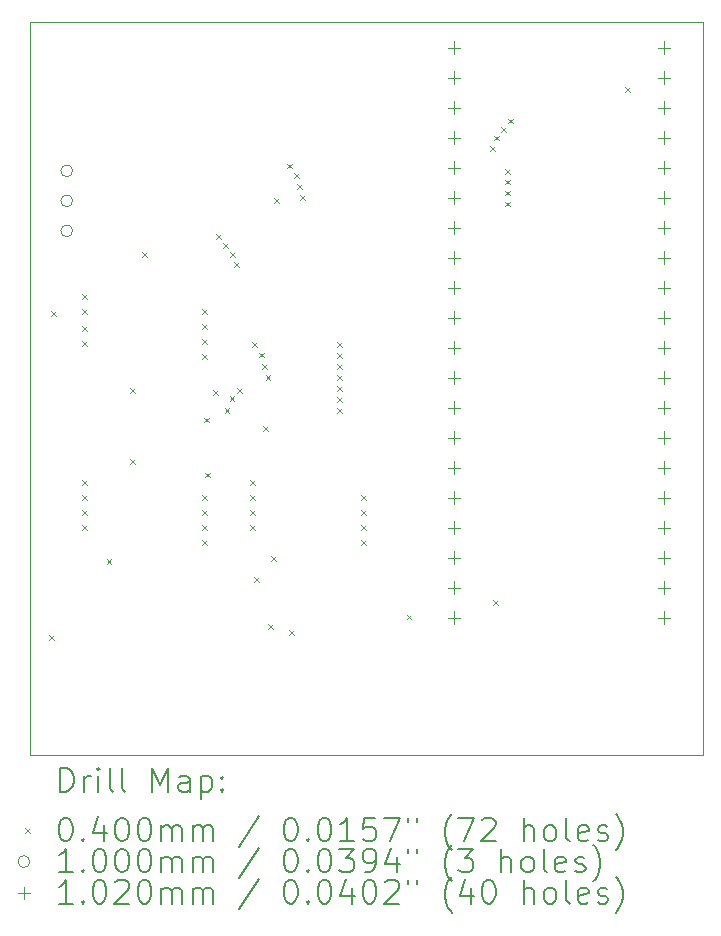
<source format=gbr>
%FSLAX45Y45*%
G04 Gerber Fmt 4.5, Leading zero omitted, Abs format (unit mm)*
G04 Created by KiCad (PCBNEW 6.0.0) date 2022-02-18 00:33:37*
%MOMM*%
%LPD*%
G01*
G04 APERTURE LIST*
%TA.AperFunction,Profile*%
%ADD10C,0.050000*%
%TD*%
%ADD11C,0.200000*%
%ADD12C,0.040000*%
%ADD13C,0.100000*%
%ADD14C,0.102000*%
G04 APERTURE END LIST*
D10*
X17531200Y-10733600D02*
X11831200Y-10733600D01*
X11831200Y-10733600D02*
X11831200Y-4533600D01*
X11831200Y-4533600D02*
X17531200Y-4533600D01*
X17531200Y-4533600D02*
X17531200Y-10733600D01*
D11*
D12*
X11995000Y-9722000D02*
X12035000Y-9762000D01*
X12035000Y-9722000D02*
X11995000Y-9762000D01*
X12008702Y-6977700D02*
X12048702Y-7017700D01*
X12048702Y-6977700D02*
X12008702Y-7017700D01*
X12273600Y-6838000D02*
X12313600Y-6878000D01*
X12313600Y-6838000D02*
X12273600Y-6878000D01*
X12273600Y-6965000D02*
X12313600Y-7005000D01*
X12313600Y-6965000D02*
X12273600Y-7005000D01*
X12273600Y-7104700D02*
X12313600Y-7144700D01*
X12313600Y-7104700D02*
X12273600Y-7144700D01*
X12273600Y-7231700D02*
X12313600Y-7271700D01*
X12313600Y-7231700D02*
X12273600Y-7271700D01*
X12273600Y-8412800D02*
X12313600Y-8452800D01*
X12313600Y-8412800D02*
X12273600Y-8452800D01*
X12273600Y-8539800D02*
X12313600Y-8579800D01*
X12313600Y-8539800D02*
X12273600Y-8579800D01*
X12273600Y-8666800D02*
X12313600Y-8706800D01*
X12313600Y-8666800D02*
X12273600Y-8706800D01*
X12273600Y-8793800D02*
X12313600Y-8833800D01*
X12313600Y-8793800D02*
X12273600Y-8833800D01*
X12480000Y-9080000D02*
X12520000Y-9120000D01*
X12520000Y-9080000D02*
X12480000Y-9120000D01*
X12680000Y-7633600D02*
X12720000Y-7673600D01*
X12720000Y-7633600D02*
X12680000Y-7673600D01*
X12680000Y-8230000D02*
X12720000Y-8270000D01*
X12720000Y-8230000D02*
X12680000Y-8270000D01*
X12781600Y-6482400D02*
X12821600Y-6522400D01*
X12821600Y-6482400D02*
X12781600Y-6522400D01*
X13289600Y-6965000D02*
X13329600Y-7005000D01*
X13329600Y-6965000D02*
X13289600Y-7005000D01*
X13289600Y-7092000D02*
X13329600Y-7132000D01*
X13329600Y-7092000D02*
X13289600Y-7132000D01*
X13289600Y-7219000D02*
X13329600Y-7259000D01*
X13329600Y-7219000D02*
X13289600Y-7259000D01*
X13289600Y-7346000D02*
X13329600Y-7386000D01*
X13329600Y-7346000D02*
X13289600Y-7386000D01*
X13289600Y-8539800D02*
X13329600Y-8579800D01*
X13329600Y-8539800D02*
X13289600Y-8579800D01*
X13289600Y-8666800D02*
X13329600Y-8706800D01*
X13329600Y-8666800D02*
X13289600Y-8706800D01*
X13289600Y-8793800D02*
X13329600Y-8833800D01*
X13329600Y-8793800D02*
X13289600Y-8833800D01*
X13289600Y-8920800D02*
X13329600Y-8960800D01*
X13329600Y-8920800D02*
X13289600Y-8960800D01*
X13305000Y-7880000D02*
X13345000Y-7920000D01*
X13345000Y-7880000D02*
X13305000Y-7920000D01*
X13311241Y-8345743D02*
X13351241Y-8385743D01*
X13351241Y-8345743D02*
X13311241Y-8385743D01*
X13380000Y-7645296D02*
X13420000Y-7685296D01*
X13420000Y-7645296D02*
X13380000Y-7685296D01*
X13405000Y-6330000D02*
X13445000Y-6370000D01*
X13445000Y-6330000D02*
X13405000Y-6370000D01*
X13464000Y-6405000D02*
X13504000Y-6445000D01*
X13504000Y-6405000D02*
X13464000Y-6445000D01*
X13477390Y-7802390D02*
X13517390Y-7842390D01*
X13517390Y-7802390D02*
X13477390Y-7842390D01*
X13520872Y-7699279D02*
X13560872Y-7739279D01*
X13560872Y-7699279D02*
X13520872Y-7739279D01*
X13522748Y-6476643D02*
X13562748Y-6516643D01*
X13562748Y-6476643D02*
X13522748Y-6516643D01*
X13558013Y-6562320D02*
X13598013Y-6602320D01*
X13598013Y-6562320D02*
X13558013Y-6602320D01*
X13582390Y-7630000D02*
X13622390Y-7670000D01*
X13622390Y-7630000D02*
X13582390Y-7670000D01*
X13696000Y-8412800D02*
X13736000Y-8452800D01*
X13736000Y-8412800D02*
X13696000Y-8452800D01*
X13696000Y-8539800D02*
X13736000Y-8579800D01*
X13736000Y-8539800D02*
X13696000Y-8579800D01*
X13696000Y-8666800D02*
X13736000Y-8706800D01*
X13736000Y-8666800D02*
X13696000Y-8706800D01*
X13696000Y-8793800D02*
X13736000Y-8833800D01*
X13736000Y-8793800D02*
X13696000Y-8833800D01*
X13713090Y-7244400D02*
X13753090Y-7284400D01*
X13753090Y-7244400D02*
X13713090Y-7284400D01*
X13727509Y-9233458D02*
X13767509Y-9273458D01*
X13767509Y-9233458D02*
X13727509Y-9273458D01*
X13772090Y-7330000D02*
X13812090Y-7370000D01*
X13812090Y-7330000D02*
X13772090Y-7370000D01*
X13797442Y-7430000D02*
X13837442Y-7470000D01*
X13837442Y-7430000D02*
X13797442Y-7470000D01*
X13805000Y-7955000D02*
X13845000Y-7995000D01*
X13845000Y-7955000D02*
X13805000Y-7995000D01*
X13824400Y-7518641D02*
X13864400Y-7558641D01*
X13864400Y-7518641D02*
X13824400Y-7558641D01*
X13848400Y-9632000D02*
X13888400Y-9672000D01*
X13888400Y-9632000D02*
X13848400Y-9672000D01*
X13873800Y-9052880D02*
X13913800Y-9092880D01*
X13913800Y-9052880D02*
X13873800Y-9092880D01*
X13899200Y-6025200D02*
X13939200Y-6065200D01*
X13939200Y-6025200D02*
X13899200Y-6065200D01*
X14005000Y-5730000D02*
X14045000Y-5770000D01*
X14045000Y-5730000D02*
X14005000Y-5770000D01*
X14026200Y-9682800D02*
X14066200Y-9722800D01*
X14066200Y-9682800D02*
X14026200Y-9722800D01*
X14064000Y-5812635D02*
X14104000Y-5852635D01*
X14104000Y-5812635D02*
X14064000Y-5852635D01*
X14089352Y-5905000D02*
X14129352Y-5945000D01*
X14129352Y-5905000D02*
X14089352Y-5945000D01*
X14114704Y-5995697D02*
X14154704Y-6035697D01*
X14154704Y-5995697D02*
X14114704Y-6035697D01*
X14430000Y-7430000D02*
X14470000Y-7470000D01*
X14470000Y-7430000D02*
X14430000Y-7470000D01*
X14430000Y-7522650D02*
X14470000Y-7562650D01*
X14470000Y-7522650D02*
X14430000Y-7562650D01*
X14430000Y-7615301D02*
X14470000Y-7655301D01*
X14470000Y-7615301D02*
X14430000Y-7655301D01*
X14430000Y-7707951D02*
X14470000Y-7747951D01*
X14470000Y-7707951D02*
X14430000Y-7747951D01*
X14430000Y-7800601D02*
X14470000Y-7840601D01*
X14470000Y-7800601D02*
X14430000Y-7840601D01*
X14432600Y-7244400D02*
X14472600Y-7284400D01*
X14472600Y-7244400D02*
X14432600Y-7284400D01*
X14432600Y-7337050D02*
X14472600Y-7377050D01*
X14472600Y-7337050D02*
X14432600Y-7377050D01*
X14635800Y-8539800D02*
X14675800Y-8579800D01*
X14675800Y-8539800D02*
X14635800Y-8579800D01*
X14635800Y-8666800D02*
X14675800Y-8706800D01*
X14675800Y-8666800D02*
X14635800Y-8706800D01*
X14635800Y-8793800D02*
X14675800Y-8833800D01*
X14675800Y-8793800D02*
X14635800Y-8833800D01*
X14635800Y-8920800D02*
X14675800Y-8960800D01*
X14675800Y-8920800D02*
X14635800Y-8960800D01*
X15019414Y-9547744D02*
X15059414Y-9587744D01*
X15059414Y-9547744D02*
X15019414Y-9587744D01*
X15728000Y-5579999D02*
X15768000Y-5619999D01*
X15768000Y-5579999D02*
X15728000Y-5619999D01*
X15753400Y-9428800D02*
X15793400Y-9468800D01*
X15793400Y-9428800D02*
X15753400Y-9468800D01*
X15762740Y-5494108D02*
X15802740Y-5534108D01*
X15802740Y-5494108D02*
X15762740Y-5534108D01*
X15819753Y-5421077D02*
X15859753Y-5461077D01*
X15859753Y-5421077D02*
X15819753Y-5461077D01*
X15855000Y-5774055D02*
X15895000Y-5814055D01*
X15895000Y-5774055D02*
X15855000Y-5814055D01*
X15855000Y-5866705D02*
X15895000Y-5906705D01*
X15895000Y-5866705D02*
X15855000Y-5906705D01*
X15855000Y-5959355D02*
X15895000Y-5999355D01*
X15895000Y-5959355D02*
X15855000Y-5999355D01*
X15855000Y-6052006D02*
X15895000Y-6092006D01*
X15895000Y-6052006D02*
X15855000Y-6092006D01*
X15878435Y-5349379D02*
X15918435Y-5389379D01*
X15918435Y-5349379D02*
X15878435Y-5389379D01*
X16871000Y-5085400D02*
X16911000Y-5125400D01*
X16911000Y-5085400D02*
X16871000Y-5125400D01*
D13*
X12191200Y-5791200D02*
G75*
G03*
X12191200Y-5791200I-50000J0D01*
G01*
X12191200Y-6045200D02*
G75*
G03*
X12191200Y-6045200I-50000J0D01*
G01*
X12191200Y-6299200D02*
G75*
G03*
X12191200Y-6299200I-50000J0D01*
G01*
D14*
X15417800Y-4696000D02*
X15417800Y-4798000D01*
X15366800Y-4747000D02*
X15468800Y-4747000D01*
X15417800Y-4950000D02*
X15417800Y-5052000D01*
X15366800Y-5001000D02*
X15468800Y-5001000D01*
X15417800Y-5204000D02*
X15417800Y-5306000D01*
X15366800Y-5255000D02*
X15468800Y-5255000D01*
X15417800Y-5458000D02*
X15417800Y-5560000D01*
X15366800Y-5509000D02*
X15468800Y-5509000D01*
X15417800Y-5712000D02*
X15417800Y-5814000D01*
X15366800Y-5763000D02*
X15468800Y-5763000D01*
X15417800Y-5966000D02*
X15417800Y-6068000D01*
X15366800Y-6017000D02*
X15468800Y-6017000D01*
X15417800Y-6220000D02*
X15417800Y-6322000D01*
X15366800Y-6271000D02*
X15468800Y-6271000D01*
X15417800Y-6474000D02*
X15417800Y-6576000D01*
X15366800Y-6525000D02*
X15468800Y-6525000D01*
X15417800Y-6728000D02*
X15417800Y-6830000D01*
X15366800Y-6779000D02*
X15468800Y-6779000D01*
X15417800Y-6982000D02*
X15417800Y-7084000D01*
X15366800Y-7033000D02*
X15468800Y-7033000D01*
X15417800Y-7236000D02*
X15417800Y-7338000D01*
X15366800Y-7287000D02*
X15468800Y-7287000D01*
X15417800Y-7490000D02*
X15417800Y-7592000D01*
X15366800Y-7541000D02*
X15468800Y-7541000D01*
X15417800Y-7744000D02*
X15417800Y-7846000D01*
X15366800Y-7795000D02*
X15468800Y-7795000D01*
X15417800Y-7998000D02*
X15417800Y-8100000D01*
X15366800Y-8049000D02*
X15468800Y-8049000D01*
X15417800Y-8252000D02*
X15417800Y-8354000D01*
X15366800Y-8303000D02*
X15468800Y-8303000D01*
X15417800Y-8506000D02*
X15417800Y-8608000D01*
X15366800Y-8557000D02*
X15468800Y-8557000D01*
X15417800Y-8760000D02*
X15417800Y-8862000D01*
X15366800Y-8811000D02*
X15468800Y-8811000D01*
X15417800Y-9014000D02*
X15417800Y-9116000D01*
X15366800Y-9065000D02*
X15468800Y-9065000D01*
X15417800Y-9268000D02*
X15417800Y-9370000D01*
X15366800Y-9319000D02*
X15468800Y-9319000D01*
X15417800Y-9522000D02*
X15417800Y-9624000D01*
X15366800Y-9573000D02*
X15468800Y-9573000D01*
X17195800Y-4696000D02*
X17195800Y-4798000D01*
X17144800Y-4747000D02*
X17246800Y-4747000D01*
X17195800Y-4950000D02*
X17195800Y-5052000D01*
X17144800Y-5001000D02*
X17246800Y-5001000D01*
X17195800Y-5204000D02*
X17195800Y-5306000D01*
X17144800Y-5255000D02*
X17246800Y-5255000D01*
X17195800Y-5458000D02*
X17195800Y-5560000D01*
X17144800Y-5509000D02*
X17246800Y-5509000D01*
X17195800Y-5712000D02*
X17195800Y-5814000D01*
X17144800Y-5763000D02*
X17246800Y-5763000D01*
X17195800Y-5966000D02*
X17195800Y-6068000D01*
X17144800Y-6017000D02*
X17246800Y-6017000D01*
X17195800Y-6220000D02*
X17195800Y-6322000D01*
X17144800Y-6271000D02*
X17246800Y-6271000D01*
X17195800Y-6474000D02*
X17195800Y-6576000D01*
X17144800Y-6525000D02*
X17246800Y-6525000D01*
X17195800Y-6728000D02*
X17195800Y-6830000D01*
X17144800Y-6779000D02*
X17246800Y-6779000D01*
X17195800Y-6982000D02*
X17195800Y-7084000D01*
X17144800Y-7033000D02*
X17246800Y-7033000D01*
X17195800Y-7236000D02*
X17195800Y-7338000D01*
X17144800Y-7287000D02*
X17246800Y-7287000D01*
X17195800Y-7490000D02*
X17195800Y-7592000D01*
X17144800Y-7541000D02*
X17246800Y-7541000D01*
X17195800Y-7744000D02*
X17195800Y-7846000D01*
X17144800Y-7795000D02*
X17246800Y-7795000D01*
X17195800Y-7998000D02*
X17195800Y-8100000D01*
X17144800Y-8049000D02*
X17246800Y-8049000D01*
X17195800Y-8252000D02*
X17195800Y-8354000D01*
X17144800Y-8303000D02*
X17246800Y-8303000D01*
X17195800Y-8506000D02*
X17195800Y-8608000D01*
X17144800Y-8557000D02*
X17246800Y-8557000D01*
X17195800Y-8760000D02*
X17195800Y-8862000D01*
X17144800Y-8811000D02*
X17246800Y-8811000D01*
X17195800Y-9014000D02*
X17195800Y-9116000D01*
X17144800Y-9065000D02*
X17246800Y-9065000D01*
X17195800Y-9268000D02*
X17195800Y-9370000D01*
X17144800Y-9319000D02*
X17246800Y-9319000D01*
X17195800Y-9522000D02*
X17195800Y-9624000D01*
X17144800Y-9573000D02*
X17246800Y-9573000D01*
D11*
X12086319Y-11046576D02*
X12086319Y-10846576D01*
X12133938Y-10846576D01*
X12162509Y-10856100D01*
X12181557Y-10875148D01*
X12191081Y-10894195D01*
X12200605Y-10932290D01*
X12200605Y-10960862D01*
X12191081Y-10998957D01*
X12181557Y-11018005D01*
X12162509Y-11037052D01*
X12133938Y-11046576D01*
X12086319Y-11046576D01*
X12286319Y-11046576D02*
X12286319Y-10913243D01*
X12286319Y-10951338D02*
X12295843Y-10932290D01*
X12305367Y-10922767D01*
X12324414Y-10913243D01*
X12343462Y-10913243D01*
X12410128Y-11046576D02*
X12410128Y-10913243D01*
X12410128Y-10846576D02*
X12400605Y-10856100D01*
X12410128Y-10865624D01*
X12419652Y-10856100D01*
X12410128Y-10846576D01*
X12410128Y-10865624D01*
X12533938Y-11046576D02*
X12514890Y-11037052D01*
X12505367Y-11018005D01*
X12505367Y-10846576D01*
X12638700Y-11046576D02*
X12619652Y-11037052D01*
X12610128Y-11018005D01*
X12610128Y-10846576D01*
X12867271Y-11046576D02*
X12867271Y-10846576D01*
X12933938Y-10989433D01*
X13000605Y-10846576D01*
X13000605Y-11046576D01*
X13181557Y-11046576D02*
X13181557Y-10941814D01*
X13172033Y-10922767D01*
X13152986Y-10913243D01*
X13114890Y-10913243D01*
X13095843Y-10922767D01*
X13181557Y-11037052D02*
X13162509Y-11046576D01*
X13114890Y-11046576D01*
X13095843Y-11037052D01*
X13086319Y-11018005D01*
X13086319Y-10998957D01*
X13095843Y-10979910D01*
X13114890Y-10970386D01*
X13162509Y-10970386D01*
X13181557Y-10960862D01*
X13276795Y-10913243D02*
X13276795Y-11113243D01*
X13276795Y-10922767D02*
X13295843Y-10913243D01*
X13333938Y-10913243D01*
X13352986Y-10922767D01*
X13362509Y-10932290D01*
X13372033Y-10951338D01*
X13372033Y-11008481D01*
X13362509Y-11027529D01*
X13352986Y-11037052D01*
X13333938Y-11046576D01*
X13295843Y-11046576D01*
X13276795Y-11037052D01*
X13457748Y-11027529D02*
X13467271Y-11037052D01*
X13457748Y-11046576D01*
X13448224Y-11037052D01*
X13457748Y-11027529D01*
X13457748Y-11046576D01*
X13457748Y-10922767D02*
X13467271Y-10932290D01*
X13457748Y-10941814D01*
X13448224Y-10932290D01*
X13457748Y-10922767D01*
X13457748Y-10941814D01*
D12*
X11788700Y-11356100D02*
X11828700Y-11396100D01*
X11828700Y-11356100D02*
X11788700Y-11396100D01*
D11*
X12124414Y-11266576D02*
X12143462Y-11266576D01*
X12162509Y-11276100D01*
X12172033Y-11285624D01*
X12181557Y-11304671D01*
X12191081Y-11342767D01*
X12191081Y-11390386D01*
X12181557Y-11428481D01*
X12172033Y-11447528D01*
X12162509Y-11457052D01*
X12143462Y-11466576D01*
X12124414Y-11466576D01*
X12105367Y-11457052D01*
X12095843Y-11447528D01*
X12086319Y-11428481D01*
X12076795Y-11390386D01*
X12076795Y-11342767D01*
X12086319Y-11304671D01*
X12095843Y-11285624D01*
X12105367Y-11276100D01*
X12124414Y-11266576D01*
X12276795Y-11447528D02*
X12286319Y-11457052D01*
X12276795Y-11466576D01*
X12267271Y-11457052D01*
X12276795Y-11447528D01*
X12276795Y-11466576D01*
X12457748Y-11333243D02*
X12457748Y-11466576D01*
X12410128Y-11257052D02*
X12362509Y-11399909D01*
X12486319Y-11399909D01*
X12600605Y-11266576D02*
X12619652Y-11266576D01*
X12638700Y-11276100D01*
X12648224Y-11285624D01*
X12657748Y-11304671D01*
X12667271Y-11342767D01*
X12667271Y-11390386D01*
X12657748Y-11428481D01*
X12648224Y-11447528D01*
X12638700Y-11457052D01*
X12619652Y-11466576D01*
X12600605Y-11466576D01*
X12581557Y-11457052D01*
X12572033Y-11447528D01*
X12562509Y-11428481D01*
X12552986Y-11390386D01*
X12552986Y-11342767D01*
X12562509Y-11304671D01*
X12572033Y-11285624D01*
X12581557Y-11276100D01*
X12600605Y-11266576D01*
X12791081Y-11266576D02*
X12810128Y-11266576D01*
X12829176Y-11276100D01*
X12838700Y-11285624D01*
X12848224Y-11304671D01*
X12857748Y-11342767D01*
X12857748Y-11390386D01*
X12848224Y-11428481D01*
X12838700Y-11447528D01*
X12829176Y-11457052D01*
X12810128Y-11466576D01*
X12791081Y-11466576D01*
X12772033Y-11457052D01*
X12762509Y-11447528D01*
X12752986Y-11428481D01*
X12743462Y-11390386D01*
X12743462Y-11342767D01*
X12752986Y-11304671D01*
X12762509Y-11285624D01*
X12772033Y-11276100D01*
X12791081Y-11266576D01*
X12943462Y-11466576D02*
X12943462Y-11333243D01*
X12943462Y-11352290D02*
X12952986Y-11342767D01*
X12972033Y-11333243D01*
X13000605Y-11333243D01*
X13019652Y-11342767D01*
X13029176Y-11361814D01*
X13029176Y-11466576D01*
X13029176Y-11361814D02*
X13038700Y-11342767D01*
X13057748Y-11333243D01*
X13086319Y-11333243D01*
X13105367Y-11342767D01*
X13114890Y-11361814D01*
X13114890Y-11466576D01*
X13210128Y-11466576D02*
X13210128Y-11333243D01*
X13210128Y-11352290D02*
X13219652Y-11342767D01*
X13238700Y-11333243D01*
X13267271Y-11333243D01*
X13286319Y-11342767D01*
X13295843Y-11361814D01*
X13295843Y-11466576D01*
X13295843Y-11361814D02*
X13305367Y-11342767D01*
X13324414Y-11333243D01*
X13352986Y-11333243D01*
X13372033Y-11342767D01*
X13381557Y-11361814D01*
X13381557Y-11466576D01*
X13772033Y-11257052D02*
X13600605Y-11514195D01*
X14029176Y-11266576D02*
X14048224Y-11266576D01*
X14067271Y-11276100D01*
X14076795Y-11285624D01*
X14086319Y-11304671D01*
X14095843Y-11342767D01*
X14095843Y-11390386D01*
X14086319Y-11428481D01*
X14076795Y-11447528D01*
X14067271Y-11457052D01*
X14048224Y-11466576D01*
X14029176Y-11466576D01*
X14010128Y-11457052D01*
X14000605Y-11447528D01*
X13991081Y-11428481D01*
X13981557Y-11390386D01*
X13981557Y-11342767D01*
X13991081Y-11304671D01*
X14000605Y-11285624D01*
X14010128Y-11276100D01*
X14029176Y-11266576D01*
X14181557Y-11447528D02*
X14191081Y-11457052D01*
X14181557Y-11466576D01*
X14172033Y-11457052D01*
X14181557Y-11447528D01*
X14181557Y-11466576D01*
X14314890Y-11266576D02*
X14333938Y-11266576D01*
X14352986Y-11276100D01*
X14362509Y-11285624D01*
X14372033Y-11304671D01*
X14381557Y-11342767D01*
X14381557Y-11390386D01*
X14372033Y-11428481D01*
X14362509Y-11447528D01*
X14352986Y-11457052D01*
X14333938Y-11466576D01*
X14314890Y-11466576D01*
X14295843Y-11457052D01*
X14286319Y-11447528D01*
X14276795Y-11428481D01*
X14267271Y-11390386D01*
X14267271Y-11342767D01*
X14276795Y-11304671D01*
X14286319Y-11285624D01*
X14295843Y-11276100D01*
X14314890Y-11266576D01*
X14572033Y-11466576D02*
X14457748Y-11466576D01*
X14514890Y-11466576D02*
X14514890Y-11266576D01*
X14495843Y-11295148D01*
X14476795Y-11314195D01*
X14457748Y-11323719D01*
X14752986Y-11266576D02*
X14657748Y-11266576D01*
X14648224Y-11361814D01*
X14657748Y-11352290D01*
X14676795Y-11342767D01*
X14724414Y-11342767D01*
X14743462Y-11352290D01*
X14752986Y-11361814D01*
X14762509Y-11380862D01*
X14762509Y-11428481D01*
X14752986Y-11447528D01*
X14743462Y-11457052D01*
X14724414Y-11466576D01*
X14676795Y-11466576D01*
X14657748Y-11457052D01*
X14648224Y-11447528D01*
X14829176Y-11266576D02*
X14962509Y-11266576D01*
X14876795Y-11466576D01*
X15029176Y-11266576D02*
X15029176Y-11304671D01*
X15105367Y-11266576D02*
X15105367Y-11304671D01*
X15400605Y-11542767D02*
X15391081Y-11533243D01*
X15372033Y-11504671D01*
X15362509Y-11485624D01*
X15352986Y-11457052D01*
X15343462Y-11409433D01*
X15343462Y-11371338D01*
X15352986Y-11323719D01*
X15362509Y-11295148D01*
X15372033Y-11276100D01*
X15391081Y-11247528D01*
X15400605Y-11238005D01*
X15457748Y-11266576D02*
X15591081Y-11266576D01*
X15505367Y-11466576D01*
X15657748Y-11285624D02*
X15667271Y-11276100D01*
X15686319Y-11266576D01*
X15733938Y-11266576D01*
X15752986Y-11276100D01*
X15762509Y-11285624D01*
X15772033Y-11304671D01*
X15772033Y-11323719D01*
X15762509Y-11352290D01*
X15648224Y-11466576D01*
X15772033Y-11466576D01*
X16010128Y-11466576D02*
X16010128Y-11266576D01*
X16095843Y-11466576D02*
X16095843Y-11361814D01*
X16086319Y-11342767D01*
X16067271Y-11333243D01*
X16038700Y-11333243D01*
X16019652Y-11342767D01*
X16010128Y-11352290D01*
X16219652Y-11466576D02*
X16200605Y-11457052D01*
X16191081Y-11447528D01*
X16181557Y-11428481D01*
X16181557Y-11371338D01*
X16191081Y-11352290D01*
X16200605Y-11342767D01*
X16219652Y-11333243D01*
X16248224Y-11333243D01*
X16267271Y-11342767D01*
X16276795Y-11352290D01*
X16286319Y-11371338D01*
X16286319Y-11428481D01*
X16276795Y-11447528D01*
X16267271Y-11457052D01*
X16248224Y-11466576D01*
X16219652Y-11466576D01*
X16400605Y-11466576D02*
X16381557Y-11457052D01*
X16372033Y-11438005D01*
X16372033Y-11266576D01*
X16552986Y-11457052D02*
X16533938Y-11466576D01*
X16495843Y-11466576D01*
X16476795Y-11457052D01*
X16467271Y-11438005D01*
X16467271Y-11361814D01*
X16476795Y-11342767D01*
X16495843Y-11333243D01*
X16533938Y-11333243D01*
X16552986Y-11342767D01*
X16562509Y-11361814D01*
X16562509Y-11380862D01*
X16467271Y-11399909D01*
X16638700Y-11457052D02*
X16657748Y-11466576D01*
X16695843Y-11466576D01*
X16714890Y-11457052D01*
X16724414Y-11438005D01*
X16724414Y-11428481D01*
X16714890Y-11409433D01*
X16695843Y-11399909D01*
X16667271Y-11399909D01*
X16648224Y-11390386D01*
X16638700Y-11371338D01*
X16638700Y-11361814D01*
X16648224Y-11342767D01*
X16667271Y-11333243D01*
X16695843Y-11333243D01*
X16714890Y-11342767D01*
X16791081Y-11542767D02*
X16800605Y-11533243D01*
X16819652Y-11504671D01*
X16829176Y-11485624D01*
X16838700Y-11457052D01*
X16848224Y-11409433D01*
X16848224Y-11371338D01*
X16838700Y-11323719D01*
X16829176Y-11295148D01*
X16819652Y-11276100D01*
X16800605Y-11247528D01*
X16791081Y-11238005D01*
D13*
X11828700Y-11640100D02*
G75*
G03*
X11828700Y-11640100I-50000J0D01*
G01*
D11*
X12191081Y-11730576D02*
X12076795Y-11730576D01*
X12133938Y-11730576D02*
X12133938Y-11530576D01*
X12114890Y-11559148D01*
X12095843Y-11578195D01*
X12076795Y-11587719D01*
X12276795Y-11711528D02*
X12286319Y-11721052D01*
X12276795Y-11730576D01*
X12267271Y-11721052D01*
X12276795Y-11711528D01*
X12276795Y-11730576D01*
X12410128Y-11530576D02*
X12429176Y-11530576D01*
X12448224Y-11540100D01*
X12457748Y-11549624D01*
X12467271Y-11568671D01*
X12476795Y-11606767D01*
X12476795Y-11654386D01*
X12467271Y-11692481D01*
X12457748Y-11711528D01*
X12448224Y-11721052D01*
X12429176Y-11730576D01*
X12410128Y-11730576D01*
X12391081Y-11721052D01*
X12381557Y-11711528D01*
X12372033Y-11692481D01*
X12362509Y-11654386D01*
X12362509Y-11606767D01*
X12372033Y-11568671D01*
X12381557Y-11549624D01*
X12391081Y-11540100D01*
X12410128Y-11530576D01*
X12600605Y-11530576D02*
X12619652Y-11530576D01*
X12638700Y-11540100D01*
X12648224Y-11549624D01*
X12657748Y-11568671D01*
X12667271Y-11606767D01*
X12667271Y-11654386D01*
X12657748Y-11692481D01*
X12648224Y-11711528D01*
X12638700Y-11721052D01*
X12619652Y-11730576D01*
X12600605Y-11730576D01*
X12581557Y-11721052D01*
X12572033Y-11711528D01*
X12562509Y-11692481D01*
X12552986Y-11654386D01*
X12552986Y-11606767D01*
X12562509Y-11568671D01*
X12572033Y-11549624D01*
X12581557Y-11540100D01*
X12600605Y-11530576D01*
X12791081Y-11530576D02*
X12810128Y-11530576D01*
X12829176Y-11540100D01*
X12838700Y-11549624D01*
X12848224Y-11568671D01*
X12857748Y-11606767D01*
X12857748Y-11654386D01*
X12848224Y-11692481D01*
X12838700Y-11711528D01*
X12829176Y-11721052D01*
X12810128Y-11730576D01*
X12791081Y-11730576D01*
X12772033Y-11721052D01*
X12762509Y-11711528D01*
X12752986Y-11692481D01*
X12743462Y-11654386D01*
X12743462Y-11606767D01*
X12752986Y-11568671D01*
X12762509Y-11549624D01*
X12772033Y-11540100D01*
X12791081Y-11530576D01*
X12943462Y-11730576D02*
X12943462Y-11597243D01*
X12943462Y-11616290D02*
X12952986Y-11606767D01*
X12972033Y-11597243D01*
X13000605Y-11597243D01*
X13019652Y-11606767D01*
X13029176Y-11625814D01*
X13029176Y-11730576D01*
X13029176Y-11625814D02*
X13038700Y-11606767D01*
X13057748Y-11597243D01*
X13086319Y-11597243D01*
X13105367Y-11606767D01*
X13114890Y-11625814D01*
X13114890Y-11730576D01*
X13210128Y-11730576D02*
X13210128Y-11597243D01*
X13210128Y-11616290D02*
X13219652Y-11606767D01*
X13238700Y-11597243D01*
X13267271Y-11597243D01*
X13286319Y-11606767D01*
X13295843Y-11625814D01*
X13295843Y-11730576D01*
X13295843Y-11625814D02*
X13305367Y-11606767D01*
X13324414Y-11597243D01*
X13352986Y-11597243D01*
X13372033Y-11606767D01*
X13381557Y-11625814D01*
X13381557Y-11730576D01*
X13772033Y-11521052D02*
X13600605Y-11778195D01*
X14029176Y-11530576D02*
X14048224Y-11530576D01*
X14067271Y-11540100D01*
X14076795Y-11549624D01*
X14086319Y-11568671D01*
X14095843Y-11606767D01*
X14095843Y-11654386D01*
X14086319Y-11692481D01*
X14076795Y-11711528D01*
X14067271Y-11721052D01*
X14048224Y-11730576D01*
X14029176Y-11730576D01*
X14010128Y-11721052D01*
X14000605Y-11711528D01*
X13991081Y-11692481D01*
X13981557Y-11654386D01*
X13981557Y-11606767D01*
X13991081Y-11568671D01*
X14000605Y-11549624D01*
X14010128Y-11540100D01*
X14029176Y-11530576D01*
X14181557Y-11711528D02*
X14191081Y-11721052D01*
X14181557Y-11730576D01*
X14172033Y-11721052D01*
X14181557Y-11711528D01*
X14181557Y-11730576D01*
X14314890Y-11530576D02*
X14333938Y-11530576D01*
X14352986Y-11540100D01*
X14362509Y-11549624D01*
X14372033Y-11568671D01*
X14381557Y-11606767D01*
X14381557Y-11654386D01*
X14372033Y-11692481D01*
X14362509Y-11711528D01*
X14352986Y-11721052D01*
X14333938Y-11730576D01*
X14314890Y-11730576D01*
X14295843Y-11721052D01*
X14286319Y-11711528D01*
X14276795Y-11692481D01*
X14267271Y-11654386D01*
X14267271Y-11606767D01*
X14276795Y-11568671D01*
X14286319Y-11549624D01*
X14295843Y-11540100D01*
X14314890Y-11530576D01*
X14448224Y-11530576D02*
X14572033Y-11530576D01*
X14505367Y-11606767D01*
X14533938Y-11606767D01*
X14552986Y-11616290D01*
X14562509Y-11625814D01*
X14572033Y-11644862D01*
X14572033Y-11692481D01*
X14562509Y-11711528D01*
X14552986Y-11721052D01*
X14533938Y-11730576D01*
X14476795Y-11730576D01*
X14457748Y-11721052D01*
X14448224Y-11711528D01*
X14667271Y-11730576D02*
X14705367Y-11730576D01*
X14724414Y-11721052D01*
X14733938Y-11711528D01*
X14752986Y-11682957D01*
X14762509Y-11644862D01*
X14762509Y-11568671D01*
X14752986Y-11549624D01*
X14743462Y-11540100D01*
X14724414Y-11530576D01*
X14686319Y-11530576D01*
X14667271Y-11540100D01*
X14657748Y-11549624D01*
X14648224Y-11568671D01*
X14648224Y-11616290D01*
X14657748Y-11635338D01*
X14667271Y-11644862D01*
X14686319Y-11654386D01*
X14724414Y-11654386D01*
X14743462Y-11644862D01*
X14752986Y-11635338D01*
X14762509Y-11616290D01*
X14933938Y-11597243D02*
X14933938Y-11730576D01*
X14886319Y-11521052D02*
X14838700Y-11663909D01*
X14962509Y-11663909D01*
X15029176Y-11530576D02*
X15029176Y-11568671D01*
X15105367Y-11530576D02*
X15105367Y-11568671D01*
X15400605Y-11806767D02*
X15391081Y-11797243D01*
X15372033Y-11768671D01*
X15362509Y-11749624D01*
X15352986Y-11721052D01*
X15343462Y-11673433D01*
X15343462Y-11635338D01*
X15352986Y-11587719D01*
X15362509Y-11559148D01*
X15372033Y-11540100D01*
X15391081Y-11511528D01*
X15400605Y-11502005D01*
X15457748Y-11530576D02*
X15581557Y-11530576D01*
X15514890Y-11606767D01*
X15543462Y-11606767D01*
X15562509Y-11616290D01*
X15572033Y-11625814D01*
X15581557Y-11644862D01*
X15581557Y-11692481D01*
X15572033Y-11711528D01*
X15562509Y-11721052D01*
X15543462Y-11730576D01*
X15486319Y-11730576D01*
X15467271Y-11721052D01*
X15457748Y-11711528D01*
X15819652Y-11730576D02*
X15819652Y-11530576D01*
X15905367Y-11730576D02*
X15905367Y-11625814D01*
X15895843Y-11606767D01*
X15876795Y-11597243D01*
X15848224Y-11597243D01*
X15829176Y-11606767D01*
X15819652Y-11616290D01*
X16029176Y-11730576D02*
X16010128Y-11721052D01*
X16000605Y-11711528D01*
X15991081Y-11692481D01*
X15991081Y-11635338D01*
X16000605Y-11616290D01*
X16010128Y-11606767D01*
X16029176Y-11597243D01*
X16057748Y-11597243D01*
X16076795Y-11606767D01*
X16086319Y-11616290D01*
X16095843Y-11635338D01*
X16095843Y-11692481D01*
X16086319Y-11711528D01*
X16076795Y-11721052D01*
X16057748Y-11730576D01*
X16029176Y-11730576D01*
X16210128Y-11730576D02*
X16191081Y-11721052D01*
X16181557Y-11702005D01*
X16181557Y-11530576D01*
X16362509Y-11721052D02*
X16343462Y-11730576D01*
X16305367Y-11730576D01*
X16286319Y-11721052D01*
X16276795Y-11702005D01*
X16276795Y-11625814D01*
X16286319Y-11606767D01*
X16305367Y-11597243D01*
X16343462Y-11597243D01*
X16362509Y-11606767D01*
X16372033Y-11625814D01*
X16372033Y-11644862D01*
X16276795Y-11663909D01*
X16448224Y-11721052D02*
X16467271Y-11730576D01*
X16505367Y-11730576D01*
X16524414Y-11721052D01*
X16533938Y-11702005D01*
X16533938Y-11692481D01*
X16524414Y-11673433D01*
X16505367Y-11663909D01*
X16476795Y-11663909D01*
X16457748Y-11654386D01*
X16448224Y-11635338D01*
X16448224Y-11625814D01*
X16457748Y-11606767D01*
X16476795Y-11597243D01*
X16505367Y-11597243D01*
X16524414Y-11606767D01*
X16600605Y-11806767D02*
X16610128Y-11797243D01*
X16629176Y-11768671D01*
X16638700Y-11749624D01*
X16648224Y-11721052D01*
X16657748Y-11673433D01*
X16657748Y-11635338D01*
X16648224Y-11587719D01*
X16638700Y-11559148D01*
X16629176Y-11540100D01*
X16610128Y-11511528D01*
X16600605Y-11502005D01*
D14*
X11777700Y-11853100D02*
X11777700Y-11955100D01*
X11726700Y-11904100D02*
X11828700Y-11904100D01*
D11*
X12191081Y-11994576D02*
X12076795Y-11994576D01*
X12133938Y-11994576D02*
X12133938Y-11794576D01*
X12114890Y-11823148D01*
X12095843Y-11842195D01*
X12076795Y-11851719D01*
X12276795Y-11975528D02*
X12286319Y-11985052D01*
X12276795Y-11994576D01*
X12267271Y-11985052D01*
X12276795Y-11975528D01*
X12276795Y-11994576D01*
X12410128Y-11794576D02*
X12429176Y-11794576D01*
X12448224Y-11804100D01*
X12457748Y-11813624D01*
X12467271Y-11832671D01*
X12476795Y-11870767D01*
X12476795Y-11918386D01*
X12467271Y-11956481D01*
X12457748Y-11975528D01*
X12448224Y-11985052D01*
X12429176Y-11994576D01*
X12410128Y-11994576D01*
X12391081Y-11985052D01*
X12381557Y-11975528D01*
X12372033Y-11956481D01*
X12362509Y-11918386D01*
X12362509Y-11870767D01*
X12372033Y-11832671D01*
X12381557Y-11813624D01*
X12391081Y-11804100D01*
X12410128Y-11794576D01*
X12552986Y-11813624D02*
X12562509Y-11804100D01*
X12581557Y-11794576D01*
X12629176Y-11794576D01*
X12648224Y-11804100D01*
X12657748Y-11813624D01*
X12667271Y-11832671D01*
X12667271Y-11851719D01*
X12657748Y-11880290D01*
X12543462Y-11994576D01*
X12667271Y-11994576D01*
X12791081Y-11794576D02*
X12810128Y-11794576D01*
X12829176Y-11804100D01*
X12838700Y-11813624D01*
X12848224Y-11832671D01*
X12857748Y-11870767D01*
X12857748Y-11918386D01*
X12848224Y-11956481D01*
X12838700Y-11975528D01*
X12829176Y-11985052D01*
X12810128Y-11994576D01*
X12791081Y-11994576D01*
X12772033Y-11985052D01*
X12762509Y-11975528D01*
X12752986Y-11956481D01*
X12743462Y-11918386D01*
X12743462Y-11870767D01*
X12752986Y-11832671D01*
X12762509Y-11813624D01*
X12772033Y-11804100D01*
X12791081Y-11794576D01*
X12943462Y-11994576D02*
X12943462Y-11861243D01*
X12943462Y-11880290D02*
X12952986Y-11870767D01*
X12972033Y-11861243D01*
X13000605Y-11861243D01*
X13019652Y-11870767D01*
X13029176Y-11889814D01*
X13029176Y-11994576D01*
X13029176Y-11889814D02*
X13038700Y-11870767D01*
X13057748Y-11861243D01*
X13086319Y-11861243D01*
X13105367Y-11870767D01*
X13114890Y-11889814D01*
X13114890Y-11994576D01*
X13210128Y-11994576D02*
X13210128Y-11861243D01*
X13210128Y-11880290D02*
X13219652Y-11870767D01*
X13238700Y-11861243D01*
X13267271Y-11861243D01*
X13286319Y-11870767D01*
X13295843Y-11889814D01*
X13295843Y-11994576D01*
X13295843Y-11889814D02*
X13305367Y-11870767D01*
X13324414Y-11861243D01*
X13352986Y-11861243D01*
X13372033Y-11870767D01*
X13381557Y-11889814D01*
X13381557Y-11994576D01*
X13772033Y-11785052D02*
X13600605Y-12042195D01*
X14029176Y-11794576D02*
X14048224Y-11794576D01*
X14067271Y-11804100D01*
X14076795Y-11813624D01*
X14086319Y-11832671D01*
X14095843Y-11870767D01*
X14095843Y-11918386D01*
X14086319Y-11956481D01*
X14076795Y-11975528D01*
X14067271Y-11985052D01*
X14048224Y-11994576D01*
X14029176Y-11994576D01*
X14010128Y-11985052D01*
X14000605Y-11975528D01*
X13991081Y-11956481D01*
X13981557Y-11918386D01*
X13981557Y-11870767D01*
X13991081Y-11832671D01*
X14000605Y-11813624D01*
X14010128Y-11804100D01*
X14029176Y-11794576D01*
X14181557Y-11975528D02*
X14191081Y-11985052D01*
X14181557Y-11994576D01*
X14172033Y-11985052D01*
X14181557Y-11975528D01*
X14181557Y-11994576D01*
X14314890Y-11794576D02*
X14333938Y-11794576D01*
X14352986Y-11804100D01*
X14362509Y-11813624D01*
X14372033Y-11832671D01*
X14381557Y-11870767D01*
X14381557Y-11918386D01*
X14372033Y-11956481D01*
X14362509Y-11975528D01*
X14352986Y-11985052D01*
X14333938Y-11994576D01*
X14314890Y-11994576D01*
X14295843Y-11985052D01*
X14286319Y-11975528D01*
X14276795Y-11956481D01*
X14267271Y-11918386D01*
X14267271Y-11870767D01*
X14276795Y-11832671D01*
X14286319Y-11813624D01*
X14295843Y-11804100D01*
X14314890Y-11794576D01*
X14552986Y-11861243D02*
X14552986Y-11994576D01*
X14505367Y-11785052D02*
X14457748Y-11927909D01*
X14581557Y-11927909D01*
X14695843Y-11794576D02*
X14714890Y-11794576D01*
X14733938Y-11804100D01*
X14743462Y-11813624D01*
X14752986Y-11832671D01*
X14762509Y-11870767D01*
X14762509Y-11918386D01*
X14752986Y-11956481D01*
X14743462Y-11975528D01*
X14733938Y-11985052D01*
X14714890Y-11994576D01*
X14695843Y-11994576D01*
X14676795Y-11985052D01*
X14667271Y-11975528D01*
X14657748Y-11956481D01*
X14648224Y-11918386D01*
X14648224Y-11870767D01*
X14657748Y-11832671D01*
X14667271Y-11813624D01*
X14676795Y-11804100D01*
X14695843Y-11794576D01*
X14838700Y-11813624D02*
X14848224Y-11804100D01*
X14867271Y-11794576D01*
X14914890Y-11794576D01*
X14933938Y-11804100D01*
X14943462Y-11813624D01*
X14952986Y-11832671D01*
X14952986Y-11851719D01*
X14943462Y-11880290D01*
X14829176Y-11994576D01*
X14952986Y-11994576D01*
X15029176Y-11794576D02*
X15029176Y-11832671D01*
X15105367Y-11794576D02*
X15105367Y-11832671D01*
X15400605Y-12070767D02*
X15391081Y-12061243D01*
X15372033Y-12032671D01*
X15362509Y-12013624D01*
X15352986Y-11985052D01*
X15343462Y-11937433D01*
X15343462Y-11899338D01*
X15352986Y-11851719D01*
X15362509Y-11823148D01*
X15372033Y-11804100D01*
X15391081Y-11775528D01*
X15400605Y-11766005D01*
X15562509Y-11861243D02*
X15562509Y-11994576D01*
X15514890Y-11785052D02*
X15467271Y-11927909D01*
X15591081Y-11927909D01*
X15705367Y-11794576D02*
X15724414Y-11794576D01*
X15743462Y-11804100D01*
X15752986Y-11813624D01*
X15762509Y-11832671D01*
X15772033Y-11870767D01*
X15772033Y-11918386D01*
X15762509Y-11956481D01*
X15752986Y-11975528D01*
X15743462Y-11985052D01*
X15724414Y-11994576D01*
X15705367Y-11994576D01*
X15686319Y-11985052D01*
X15676795Y-11975528D01*
X15667271Y-11956481D01*
X15657748Y-11918386D01*
X15657748Y-11870767D01*
X15667271Y-11832671D01*
X15676795Y-11813624D01*
X15686319Y-11804100D01*
X15705367Y-11794576D01*
X16010128Y-11994576D02*
X16010128Y-11794576D01*
X16095843Y-11994576D02*
X16095843Y-11889814D01*
X16086319Y-11870767D01*
X16067271Y-11861243D01*
X16038700Y-11861243D01*
X16019652Y-11870767D01*
X16010128Y-11880290D01*
X16219652Y-11994576D02*
X16200605Y-11985052D01*
X16191081Y-11975528D01*
X16181557Y-11956481D01*
X16181557Y-11899338D01*
X16191081Y-11880290D01*
X16200605Y-11870767D01*
X16219652Y-11861243D01*
X16248224Y-11861243D01*
X16267271Y-11870767D01*
X16276795Y-11880290D01*
X16286319Y-11899338D01*
X16286319Y-11956481D01*
X16276795Y-11975528D01*
X16267271Y-11985052D01*
X16248224Y-11994576D01*
X16219652Y-11994576D01*
X16400605Y-11994576D02*
X16381557Y-11985052D01*
X16372033Y-11966005D01*
X16372033Y-11794576D01*
X16552986Y-11985052D02*
X16533938Y-11994576D01*
X16495843Y-11994576D01*
X16476795Y-11985052D01*
X16467271Y-11966005D01*
X16467271Y-11889814D01*
X16476795Y-11870767D01*
X16495843Y-11861243D01*
X16533938Y-11861243D01*
X16552986Y-11870767D01*
X16562509Y-11889814D01*
X16562509Y-11908862D01*
X16467271Y-11927909D01*
X16638700Y-11985052D02*
X16657748Y-11994576D01*
X16695843Y-11994576D01*
X16714890Y-11985052D01*
X16724414Y-11966005D01*
X16724414Y-11956481D01*
X16714890Y-11937433D01*
X16695843Y-11927909D01*
X16667271Y-11927909D01*
X16648224Y-11918386D01*
X16638700Y-11899338D01*
X16638700Y-11889814D01*
X16648224Y-11870767D01*
X16667271Y-11861243D01*
X16695843Y-11861243D01*
X16714890Y-11870767D01*
X16791081Y-12070767D02*
X16800605Y-12061243D01*
X16819652Y-12032671D01*
X16829176Y-12013624D01*
X16838700Y-11985052D01*
X16848224Y-11937433D01*
X16848224Y-11899338D01*
X16838700Y-11851719D01*
X16829176Y-11823148D01*
X16819652Y-11804100D01*
X16800605Y-11775528D01*
X16791081Y-11766005D01*
M02*

</source>
